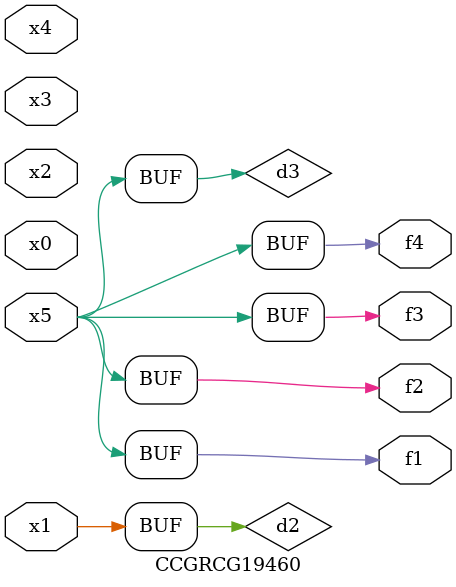
<source format=v>
module CCGRCG19460(
	input x0, x1, x2, x3, x4, x5,
	output f1, f2, f3, f4
);

	wire d1, d2, d3;

	not (d1, x5);
	or (d2, x1);
	xnor (d3, d1);
	assign f1 = d3;
	assign f2 = d3;
	assign f3 = d3;
	assign f4 = d3;
endmodule

</source>
